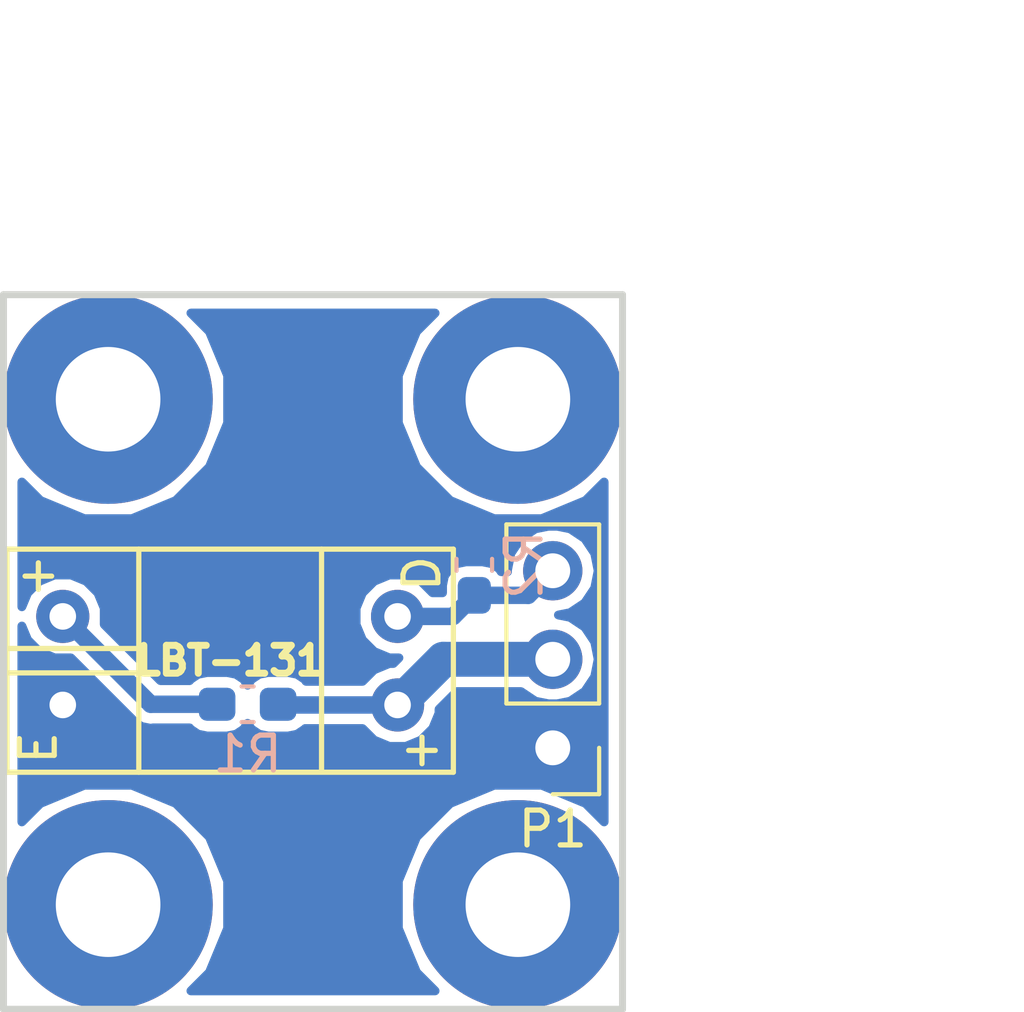
<source format=kicad_pcb>
(kicad_pcb (version 20171130) (host pcbnew "(5.0.2)-1")

  (general
    (thickness 1.6)
    (drawings 6)
    (tracks 14)
    (zones 0)
    (modules 4)
    (nets 5)
  )

  (page A4)
  (layers
    (0 F.Cu signal)
    (31 B.Cu signal)
    (32 B.Adhes user)
    (33 F.Adhes user)
    (34 B.Paste user)
    (35 F.Paste user)
    (36 B.SilkS user)
    (37 F.SilkS user)
    (38 B.Mask user)
    (39 F.Mask user)
    (40 Dwgs.User user)
    (41 Cmts.User user)
    (42 Eco1.User user)
    (43 Eco2.User user)
    (44 Edge.Cuts user)
    (45 Margin user)
    (46 B.CrtYd user)
    (47 F.CrtYd user)
    (48 B.Fab user)
    (49 F.Fab user)
  )

  (setup
    (last_trace_width 0.25)
    (user_trace_width 0.5)
    (user_trace_width 1)
    (trace_clearance 0.2)
    (zone_clearance 0.508)
    (zone_45_only no)
    (trace_min 0.2)
    (segment_width 0.2)
    (edge_width 0.15)
    (via_size 0.8)
    (via_drill 0.4)
    (via_min_size 0.4)
    (via_min_drill 0.3)
    (user_via 6 3)
    (uvia_size 0.3)
    (uvia_drill 0.1)
    (uvias_allowed no)
    (uvia_min_size 0.2)
    (uvia_min_drill 0.1)
    (pcb_text_width 0.3)
    (pcb_text_size 1.5 1.5)
    (mod_edge_width 0.15)
    (mod_text_size 1 1)
    (mod_text_width 0.15)
    (pad_size 1.524 1.524)
    (pad_drill 0.762)
    (pad_to_mask_clearance 0.051)
    (solder_mask_min_width 0.25)
    (aux_axis_origin 0 0)
    (visible_elements 7FFFFFFF)
    (pcbplotparams
      (layerselection 0x01000_fffffffe)
      (usegerberextensions false)
      (usegerberattributes false)
      (usegerberadvancedattributes false)
      (creategerberjobfile false)
      (excludeedgelayer true)
      (linewidth 0.100000)
      (plotframeref false)
      (viasonmask false)
      (mode 1)
      (useauxorigin false)
      (hpglpennumber 1)
      (hpglpenspeed 20)
      (hpglpendiameter 15.000000)
      (psnegative false)
      (psa4output false)
      (plotreference true)
      (plotvalue true)
      (plotinvisibletext false)
      (padsonsilk false)
      (subtractmaskfromsilk false)
      (outputformat 1)
      (mirror false)
      (drillshape 0)
      (scaleselection 1)
      (outputdirectory ""))
  )

  (net 0 "")
  (net 1 "Net-(R1-Pad1)")
  (net 2 +5V)
  (net 3 GND)
  (net 4 OUT)

  (net_class Default "これはデフォルトのネット クラスです。"
    (clearance 0.2)
    (trace_width 0.25)
    (via_dia 0.8)
    (via_drill 0.4)
    (uvia_dia 0.3)
    (uvia_drill 0.1)
    (add_net +5V)
    (add_net GND)
    (add_net "Net-(R1-Pad1)")
    (add_net OUT)
  )

  (module Resistor_SMD:R_0603_1608Metric_Pad1.05x0.95mm_HandSolder (layer B.Cu) (tedit 5B301BBD) (tstamp 5CBA920F)
    (at 140.25 116.25)
    (descr "Resistor SMD 0603 (1608 Metric), square (rectangular) end terminal, IPC_7351 nominal with elongated pad for handsoldering. (Body size source: http://www.tortai-tech.com/upload/download/2011102023233369053.pdf), generated with kicad-footprint-generator")
    (tags "resistor handsolder")
    (path /5CADFAB1)
    (attr smd)
    (fp_text reference R1 (at 0 1.43) (layer B.SilkS)
      (effects (font (size 1 1) (thickness 0.15)) (justify mirror))
    )
    (fp_text value 120 (at 0 -1.43) (layer B.Fab)
      (effects (font (size 1 1) (thickness 0.15)) (justify mirror))
    )
    (fp_line (start -0.8 -0.4) (end -0.8 0.4) (layer B.Fab) (width 0.1))
    (fp_line (start -0.8 0.4) (end 0.8 0.4) (layer B.Fab) (width 0.1))
    (fp_line (start 0.8 0.4) (end 0.8 -0.4) (layer B.Fab) (width 0.1))
    (fp_line (start 0.8 -0.4) (end -0.8 -0.4) (layer B.Fab) (width 0.1))
    (fp_line (start -0.171267 0.51) (end 0.171267 0.51) (layer B.SilkS) (width 0.12))
    (fp_line (start -0.171267 -0.51) (end 0.171267 -0.51) (layer B.SilkS) (width 0.12))
    (fp_line (start -1.65 -0.73) (end -1.65 0.73) (layer B.CrtYd) (width 0.05))
    (fp_line (start -1.65 0.73) (end 1.65 0.73) (layer B.CrtYd) (width 0.05))
    (fp_line (start 1.65 0.73) (end 1.65 -0.73) (layer B.CrtYd) (width 0.05))
    (fp_line (start 1.65 -0.73) (end -1.65 -0.73) (layer B.CrtYd) (width 0.05))
    (fp_text user %R (at 0 0) (layer B.Fab)
      (effects (font (size 0.4 0.4) (thickness 0.06)) (justify mirror))
    )
    (pad 1 smd roundrect (at -0.875 0) (size 1.05 0.95) (layers B.Cu B.Paste B.Mask) (roundrect_rratio 0.25)
      (net 1 "Net-(R1-Pad1)"))
    (pad 2 smd roundrect (at 0.875 0) (size 1.05 0.95) (layers B.Cu B.Paste B.Mask) (roundrect_rratio 0.25)
      (net 2 +5V))
    (model ${KISYS3DMOD}/Resistor_SMD.3dshapes/R_0603_1608Metric.wrl
      (at (xyz 0 0 0))
      (scale (xyz 1 1 1))
      (rotate (xyz 0 0 0))
    )
  )

  (module Resistor_SMD:R_0603_1608Metric_Pad1.05x0.95mm_HandSolder (layer B.Cu) (tedit 5B301BBD) (tstamp 5CBA9135)
    (at 146.75 112.25 90)
    (descr "Resistor SMD 0603 (1608 Metric), square (rectangular) end terminal, IPC_7351 nominal with elongated pad for handsoldering. (Body size source: http://www.tortai-tech.com/upload/download/2011102023233369053.pdf), generated with kicad-footprint-generator")
    (tags "resistor handsolder")
    (path /5CAE0826)
    (attr smd)
    (fp_text reference R2 (at 0 1.43 90) (layer B.SilkS)
      (effects (font (size 1 1) (thickness 0.15)) (justify mirror))
    )
    (fp_text value 10k (at 0 -1.43 90) (layer B.Fab)
      (effects (font (size 1 1) (thickness 0.15)) (justify mirror))
    )
    (fp_text user %R (at 0 0 90) (layer B.Fab)
      (effects (font (size 0.4 0.4) (thickness 0.06)) (justify mirror))
    )
    (fp_line (start 1.65 -0.73) (end -1.65 -0.73) (layer B.CrtYd) (width 0.05))
    (fp_line (start 1.65 0.73) (end 1.65 -0.73) (layer B.CrtYd) (width 0.05))
    (fp_line (start -1.65 0.73) (end 1.65 0.73) (layer B.CrtYd) (width 0.05))
    (fp_line (start -1.65 -0.73) (end -1.65 0.73) (layer B.CrtYd) (width 0.05))
    (fp_line (start -0.171267 -0.51) (end 0.171267 -0.51) (layer B.SilkS) (width 0.12))
    (fp_line (start -0.171267 0.51) (end 0.171267 0.51) (layer B.SilkS) (width 0.12))
    (fp_line (start 0.8 -0.4) (end -0.8 -0.4) (layer B.Fab) (width 0.1))
    (fp_line (start 0.8 0.4) (end 0.8 -0.4) (layer B.Fab) (width 0.1))
    (fp_line (start -0.8 0.4) (end 0.8 0.4) (layer B.Fab) (width 0.1))
    (fp_line (start -0.8 -0.4) (end -0.8 0.4) (layer B.Fab) (width 0.1))
    (pad 2 smd roundrect (at 0.875 0 90) (size 1.05 0.95) (layers B.Cu B.Paste B.Mask) (roundrect_rratio 0.25)
      (net 3 GND))
    (pad 1 smd roundrect (at -0.875 0 90) (size 1.05 0.95) (layers B.Cu B.Paste B.Mask) (roundrect_rratio 0.25)
      (net 4 OUT))
    (model ${KISYS3DMOD}/Resistor_SMD.3dshapes/R_0603_1608Metric.wrl
      (at (xyz 0 0 0))
      (scale (xyz 1 1 1))
      (rotate (xyz 0 0 0))
    )
  )

  (module Mizz_lib:LBT-131 (layer F.Cu) (tedit 5CAD78EF) (tstamp 5CBA909D)
    (at 139.75 115)
    (path /5CAE0678)
    (fp_text reference U1 (at 0 -4) (layer F.SilkS) hide
      (effects (font (size 1 1) (thickness 0.15)))
    )
    (fp_text value LBT-131 (at 0 0) (layer F.SilkS)
      (effects (font (size 0.8 0.8) (thickness 0.2)))
    )
    (fp_line (start 6.4 -3.2) (end 6.4 3.2) (layer F.SilkS) (width 0.15))
    (fp_line (start 6.4 3.2) (end -6.4 3.2) (layer F.SilkS) (width 0.15))
    (fp_line (start -6.4 3.2) (end -6.4 -3.2) (layer F.SilkS) (width 0.15))
    (fp_line (start -6.4 -3.2) (end 6.4 -3.2) (layer F.SilkS) (width 0.15))
    (fp_line (start 2.62 -3.2) (end 2.62 3.19) (layer F.SilkS) (width 0.15))
    (fp_line (start -2.62 -3.2) (end -2.62 3.2) (layer F.SilkS) (width 0.15))
    (fp_text user E (at -5.5 2.5 90) (layer F.SilkS)
      (effects (font (size 1 1) (thickness 0.15)))
    )
    (fp_text user + (at -5.5 -2.5) (layer F.SilkS)
      (effects (font (size 1 1) (thickness 0.15)))
    )
    (fp_text user + (at 5.5 2.5) (layer F.SilkS)
      (effects (font (size 1 1) (thickness 0.15)))
    )
    (fp_text user D (at 5.5 -2.5 90) (layer F.SilkS)
      (effects (font (size 1 1) (thickness 0.15)))
    )
    (fp_line (start -2.62 -0.35) (end -6.4 -0.35) (layer F.SilkS) (width 0.15))
    (fp_line (start -6.4 0.35) (end -2.62 0.35) (layer F.SilkS) (width 0.15))
    (pad 1 thru_hole circle (at -4.8 -1.27) (size 1.524 1.524) (drill 0.762) (layers *.Cu *.Mask)
      (net 1 "Net-(R1-Pad1)"))
    (pad 2 thru_hole circle (at -4.8 1.27) (size 1.524 1.524) (drill 0.762) (layers *.Cu *.Mask)
      (net 3 GND))
    (pad 3 thru_hole circle (at 4.8 -1.27) (size 1.524 1.524) (drill 0.762) (layers *.Cu *.Mask)
      (net 4 OUT))
    (pad 4 thru_hole circle (at 4.8 1.27) (size 1.524 1.524) (drill 0.762) (layers *.Cu *.Mask)
      (net 2 +5V))
  )

  (module Connector_PinHeader_2.54mm:PinHeader_1x03_P2.54mm_Vertical (layer F.Cu) (tedit 59FED5CC) (tstamp 5CBA9306)
    (at 149 117.5 180)
    (descr "Through hole straight pin header, 1x03, 2.54mm pitch, single row")
    (tags "Through hole pin header THT 1x03 2.54mm single row")
    (path /5CADC2A3)
    (fp_text reference P1 (at 0 -2.33 180) (layer F.SilkS)
      (effects (font (size 1 1) (thickness 0.15)))
    )
    (fp_text value "I/O connector" (at 0 7.41 180) (layer F.Fab)
      (effects (font (size 1 1) (thickness 0.15)))
    )
    (fp_line (start -0.635 -1.27) (end 1.27 -1.27) (layer F.Fab) (width 0.1))
    (fp_line (start 1.27 -1.27) (end 1.27 6.35) (layer F.Fab) (width 0.1))
    (fp_line (start 1.27 6.35) (end -1.27 6.35) (layer F.Fab) (width 0.1))
    (fp_line (start -1.27 6.35) (end -1.27 -0.635) (layer F.Fab) (width 0.1))
    (fp_line (start -1.27 -0.635) (end -0.635 -1.27) (layer F.Fab) (width 0.1))
    (fp_line (start -1.33 6.41) (end 1.33 6.41) (layer F.SilkS) (width 0.12))
    (fp_line (start -1.33 1.27) (end -1.33 6.41) (layer F.SilkS) (width 0.12))
    (fp_line (start 1.33 1.27) (end 1.33 6.41) (layer F.SilkS) (width 0.12))
    (fp_line (start -1.33 1.27) (end 1.33 1.27) (layer F.SilkS) (width 0.12))
    (fp_line (start -1.33 0) (end -1.33 -1.33) (layer F.SilkS) (width 0.12))
    (fp_line (start -1.33 -1.33) (end 0 -1.33) (layer F.SilkS) (width 0.12))
    (fp_line (start -1.8 -1.8) (end -1.8 6.85) (layer F.CrtYd) (width 0.05))
    (fp_line (start -1.8 6.85) (end 1.8 6.85) (layer F.CrtYd) (width 0.05))
    (fp_line (start 1.8 6.85) (end 1.8 -1.8) (layer F.CrtYd) (width 0.05))
    (fp_line (start 1.8 -1.8) (end -1.8 -1.8) (layer F.CrtYd) (width 0.05))
    (fp_text user %R (at 0 2.54 270) (layer F.Fab)
      (effects (font (size 1 1) (thickness 0.15)))
    )
    (pad 1 thru_hole rect (at 0 0 180) (size 1.7 1.7) (drill 1) (layers *.Cu *.Mask)
      (net 3 GND))
    (pad 2 thru_hole oval (at 0 2.54 180) (size 1.7 1.7) (drill 1) (layers *.Cu *.Mask)
      (net 2 +5V))
    (pad 3 thru_hole oval (at 0 5.08 180) (size 1.7 1.7) (drill 1) (layers *.Cu *.Mask)
      (net 4 OUT))
    (model ${KISYS3DMOD}/Connector_PinHeader_2.54mm.3dshapes/PinHeader_1x03_P2.54mm_Vertical.wrl
      (at (xyz 0 0 0))
      (scale (xyz 1 1 1))
      (rotate (xyz 0 0 0))
    )
  )

  (dimension 14.5 (width 0.3) (layer B.CrtYd)
    (gr_text "14.500 mm" (at 160.6 114.75 270) (layer B.CrtYd)
      (effects (font (size 1.5 1.5) (thickness 0.3)))
    )
    (feature1 (pts (xy 152.5 122) (xy 159.086421 122)))
    (feature2 (pts (xy 152.5 107.5) (xy 159.086421 107.5)))
    (crossbar (pts (xy 158.5 107.5) (xy 158.5 122)))
    (arrow1a (pts (xy 158.5 122) (xy 157.913579 120.873496)))
    (arrow1b (pts (xy 158.5 122) (xy 159.086421 120.873496)))
    (arrow2a (pts (xy 158.5 107.5) (xy 157.913579 108.626504)))
    (arrow2b (pts (xy 158.5 107.5) (xy 159.086421 108.626504)))
  )
  (dimension 11.75 (width 0.3) (layer B.CrtYd)
    (gr_text "11.750 mm" (at 142.125 97.15) (layer B.CrtYd)
      (effects (font (size 1.5 1.5) (thickness 0.3)))
    )
    (feature1 (pts (xy 136.25 103.25) (xy 136.25 98.663579)))
    (feature2 (pts (xy 148 103.25) (xy 148 98.663579)))
    (crossbar (pts (xy 148 99.25) (xy 136.25 99.25)))
    (arrow1a (pts (xy 136.25 99.25) (xy 137.376504 98.663579)))
    (arrow1b (pts (xy 136.25 99.25) (xy 137.376504 99.836421)))
    (arrow2a (pts (xy 148 99.25) (xy 146.873496 98.663579)))
    (arrow2b (pts (xy 148 99.25) (xy 146.873496 99.836421)))
  )
  (gr_line (start 133.25 125) (end 151 125) (layer Edge.Cuts) (width 0.2))
  (gr_line (start 133.25 104.5) (end 133.25 125) (layer Edge.Cuts) (width 0.2))
  (gr_line (start 151 104.5) (end 133.25 104.5) (layer Edge.Cuts) (width 0.2))
  (gr_line (start 151 125) (end 151 104.5) (layer Edge.Cuts) (width 0.2))

  (via (at 136.25 107.5) (size 6) (drill 3) (layers F.Cu B.Cu) (net 0))
  (via (at 148 122) (size 6) (drill 3) (layers F.Cu B.Cu) (net 0))
  (via (at 136.25 122) (size 6) (drill 3) (layers F.Cu B.Cu) (net 0))
  (via (at 148 107.5) (size 6) (drill 3) (layers F.Cu B.Cu) (net 0))
  (segment (start 137.47 116.25) (end 134.95 113.73) (width 0.5) (layer B.Cu) (net 1))
  (segment (start 139.375 116.25) (end 137.47 116.25) (width 0.5) (layer B.Cu) (net 1))
  (segment (start 145.86 114.96) (end 144.55 116.27) (width 1) (layer B.Cu) (net 2))
  (segment (start 149 114.96) (end 145.86 114.96) (width 1) (layer B.Cu) (net 2))
  (segment (start 141.145 116.27) (end 141.125 116.25) (width 0.5) (layer B.Cu) (net 2))
  (segment (start 144.55 116.27) (end 141.145 116.27) (width 0.5) (layer B.Cu) (net 2))
  (segment (start 146.145 113.73) (end 146.75 113.125) (width 0.5) (layer B.Cu) (net 4))
  (segment (start 144.55 113.73) (end 146.145 113.73) (width 0.5) (layer B.Cu) (net 4))
  (segment (start 148.295 113.125) (end 149 112.42) (width 0.5) (layer B.Cu) (net 4))
  (segment (start 146.75 113.125) (end 148.295 113.125) (width 0.5) (layer B.Cu) (net 4))

  (zone (net 3) (net_name GND) (layer B.Cu) (tstamp 5CAEF99D) (hatch edge 0.508)
    (connect_pads yes (clearance 0.3))
    (min_thickness 0.254)
    (fill yes (arc_segments 16) (thermal_gap 0.508) (thermal_bridge_width 0.508))
    (polygon
      (pts
        (xy 151 104.5) (xy 133.25 104.5) (xy 133.25 125) (xy 151 125)
      )
    )
    (filled_polygon
      (pts
        (xy 145.09473 105.55876) (xy 144.573 106.818327) (xy 144.573 108.181673) (xy 145.09473 109.44124) (xy 146.05876 110.40527)
        (xy 147.318327 110.927) (xy 148.681673 110.927) (xy 149.94124 110.40527) (xy 150.473001 109.873509) (xy 150.473 119.62649)
        (xy 149.94124 119.09473) (xy 148.681673 118.573) (xy 147.318327 118.573) (xy 146.05876 119.09473) (xy 145.09473 120.05876)
        (xy 144.573 121.318327) (xy 144.573 122.681673) (xy 145.09473 123.94124) (xy 145.62649 124.473) (xy 138.62351 124.473)
        (xy 139.15527 123.94124) (xy 139.677 122.681673) (xy 139.677 121.318327) (xy 139.15527 120.05876) (xy 138.19124 119.09473)
        (xy 136.931673 118.573) (xy 135.568327 118.573) (xy 134.30876 119.09473) (xy 133.777 119.62649) (xy 133.777 114.005134)
        (xy 133.942014 114.403514) (xy 134.276486 114.737986) (xy 134.713493 114.919) (xy 135.181579 114.919) (xy 136.944138 116.68156)
        (xy 136.98191 116.73809) (xy 137.205848 116.88772) (xy 137.403322 116.927) (xy 137.403323 116.927) (xy 137.469999 116.940263)
        (xy 137.536676 116.927) (xy 138.587467 116.927) (xy 138.611713 116.963287) (xy 138.830006 117.109146) (xy 139.0875 117.160365)
        (xy 139.6625 117.160365) (xy 139.919994 117.109146) (xy 140.138287 116.963287) (xy 140.25 116.796097) (xy 140.361713 116.963287)
        (xy 140.580006 117.109146) (xy 140.8375 117.160365) (xy 141.4125 117.160365) (xy 141.669994 117.109146) (xy 141.888287 116.963287)
        (xy 141.89917 116.947) (xy 143.5455 116.947) (xy 143.876486 117.277986) (xy 144.313493 117.459) (xy 144.786507 117.459)
        (xy 145.223514 117.277986) (xy 145.557986 116.943514) (xy 145.739 116.506507) (xy 145.739 116.391975) (xy 146.243976 115.887)
        (xy 148.088816 115.887) (xy 148.50174 116.162907) (xy 148.874231 116.237) (xy 149.125769 116.237) (xy 149.49826 116.162907)
        (xy 149.920665 115.880665) (xy 150.202907 115.45826) (xy 150.302017 114.96) (xy 150.202907 114.46174) (xy 149.920665 114.039335)
        (xy 149.49826 113.757093) (xy 149.16096 113.69) (xy 149.49826 113.622907) (xy 149.920665 113.340665) (xy 150.202907 112.91826)
        (xy 150.302017 112.42) (xy 150.202907 111.92174) (xy 149.920665 111.499335) (xy 149.49826 111.217093) (xy 149.125769 111.143)
        (xy 148.874231 111.143) (xy 148.50174 111.217093) (xy 148.079335 111.499335) (xy 147.797093 111.92174) (xy 147.697983 112.42)
        (xy 147.703553 112.448) (xy 147.520942 112.448) (xy 147.463287 112.361713) (xy 147.244994 112.215854) (xy 146.9875 112.164635)
        (xy 146.5125 112.164635) (xy 146.255006 112.215854) (xy 146.036713 112.361713) (xy 145.890854 112.580006) (xy 145.839635 112.8375)
        (xy 145.839635 113.053) (xy 145.5545 113.053) (xy 145.223514 112.722014) (xy 144.786507 112.541) (xy 144.313493 112.541)
        (xy 143.876486 112.722014) (xy 143.542014 113.056486) (xy 143.361 113.493493) (xy 143.361 113.966507) (xy 143.542014 114.403514)
        (xy 143.876486 114.737986) (xy 144.313493 114.919) (xy 144.590024 114.919) (xy 144.428025 115.081) (xy 144.313493 115.081)
        (xy 143.876486 115.262014) (xy 143.5455 115.593) (xy 141.925897 115.593) (xy 141.888287 115.536713) (xy 141.669994 115.390854)
        (xy 141.4125 115.339635) (xy 140.8375 115.339635) (xy 140.580006 115.390854) (xy 140.361713 115.536713) (xy 140.25 115.703903)
        (xy 140.138287 115.536713) (xy 139.919994 115.390854) (xy 139.6625 115.339635) (xy 139.0875 115.339635) (xy 138.830006 115.390854)
        (xy 138.611713 115.536713) (xy 138.587467 115.573) (xy 137.750422 115.573) (xy 136.139 113.961579) (xy 136.139 113.493493)
        (xy 135.957986 113.056486) (xy 135.623514 112.722014) (xy 135.186507 112.541) (xy 134.713493 112.541) (xy 134.276486 112.722014)
        (xy 133.942014 113.056486) (xy 133.777 113.454866) (xy 133.777 109.87351) (xy 134.30876 110.40527) (xy 135.568327 110.927)
        (xy 136.931673 110.927) (xy 138.19124 110.40527) (xy 139.15527 109.44124) (xy 139.677 108.181673) (xy 139.677 106.818327)
        (xy 139.15527 105.55876) (xy 138.62351 105.027) (xy 145.62649 105.027)
      )
    )
  )
)

</source>
